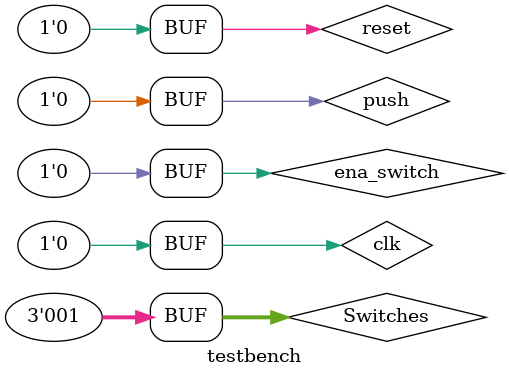
<source format=sv>
`timescale 1 ps / 1 ps
module testbench();
    logic clk;
    logic reset;
    logic push;
    logic ena_switch;
    logic [7:0] LEDs;
    logic [2:0] Switches;

    // instantiate device to be tested
    top dut(clk, push, reset, ena_switch, LEDs, Switches);

    assign Switches = 3'b001;
    assign ena_switch = 0; //Clock de FPGA 50 MHz
    assign push = 0; //No importa

    // initialize test
    initial
    begin
        reset <= 1; # 22; reset <= 0;
    end

    // generate clock to sequence tests
    always
    begin
        clk <= 1; # 5; clk <= 0; # 5;
    end

endmodule
</source>
